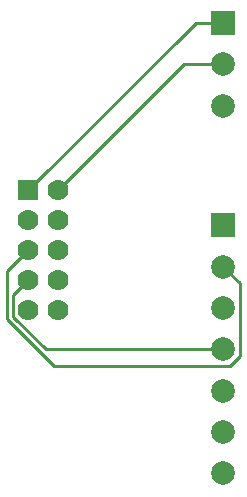
<source format=gtl>
G04 (created by PCBNEW (2013-jul-07)-stable) date Thu 17 Jan 2019 05:03:46 PM PST*
%MOIN*%
G04 Gerber Fmt 3.4, Leading zero omitted, Abs format*
%FSLAX34Y34*%
G01*
G70*
G90*
G04 APERTURE LIST*
%ADD10C,0.00590551*%
%ADD11R,0.0787402X0.0787402*%
%ADD12C,0.0787402*%
%ADD13R,0.07X0.07*%
%ADD14C,0.07*%
%ADD15C,0.01*%
G04 APERTURE END LIST*
G54D10*
G54D11*
X29000Y-29366D03*
G54D12*
X29000Y-30744D03*
X29000Y-32122D03*
X29000Y-33500D03*
X29000Y-34877D03*
X29000Y-36255D03*
X29000Y-37633D03*
X29000Y-24000D03*
G54D11*
X29000Y-22622D03*
G54D12*
X29000Y-25378D03*
G54D13*
X22500Y-28200D03*
G54D14*
X23500Y-28200D03*
X22500Y-29200D03*
X23500Y-29200D03*
X22500Y-30200D03*
X23500Y-30200D03*
X22500Y-31200D03*
X23500Y-31200D03*
X22500Y-32200D03*
X23500Y-32200D03*
G54D15*
X27700Y-24000D02*
X29000Y-24000D01*
X23500Y-28200D02*
X27700Y-24000D01*
X28077Y-22622D02*
X29000Y-22622D01*
X22500Y-28200D02*
X28077Y-22622D01*
X29556Y-31300D02*
X29000Y-30744D01*
X29556Y-33712D02*
X29556Y-31300D01*
X29225Y-34044D02*
X29556Y-33712D01*
X23345Y-34044D02*
X29225Y-34044D01*
X21798Y-32497D02*
X23345Y-34044D01*
X21798Y-30901D02*
X21798Y-32497D01*
X22500Y-30200D02*
X21798Y-30901D01*
X23084Y-33500D02*
X29000Y-33500D01*
X21999Y-32415D02*
X23084Y-33500D01*
X21999Y-31700D02*
X21999Y-32415D01*
X22500Y-31200D02*
X21999Y-31700D01*
M02*

</source>
